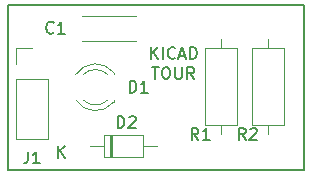
<source format=gbr>
%TF.GenerationSoftware,KiCad,Pcbnew,5.0.0-fee4fd1~66~ubuntu16.04.1*%
%TF.CreationDate,2018-09-04T19:38:39-03:00*%
%TF.ProjectId,tourk5,746F75726B352E6B696361645F706362,1*%
%TF.SameCoordinates,Original*%
%TF.FileFunction,Legend,Top*%
%TF.FilePolarity,Positive*%
%FSLAX46Y46*%
G04 Gerber Fmt 4.6, Leading zero omitted, Abs format (unit mm)*
G04 Created by KiCad (PCBNEW 5.0.0-fee4fd1~66~ubuntu16.04.1) date Tue Sep  4 19:38:39 2018*
%MOMM*%
%LPD*%
G01*
G04 APERTURE LIST*
%ADD10C,0.150000*%
%ADD11C,0.200000*%
%ADD12C,0.120000*%
G04 APERTURE END LIST*
D10*
X152000000Y-110000000D02*
X152000000Y-96000000D01*
X148000000Y-96000000D02*
X152000000Y-96000000D01*
X152000000Y-110000000D02*
X148000000Y-110000000D01*
X148000000Y-96000000D02*
X127000000Y-96000000D01*
X127000000Y-110000000D02*
X148000000Y-110000000D01*
D11*
X139071428Y-100602380D02*
X139071428Y-99602380D01*
X139642857Y-100602380D02*
X139214285Y-100030952D01*
X139642857Y-99602380D02*
X139071428Y-100173809D01*
X140071428Y-100602380D02*
X140071428Y-99602380D01*
X141119047Y-100507142D02*
X141071428Y-100554761D01*
X140928571Y-100602380D01*
X140833333Y-100602380D01*
X140690476Y-100554761D01*
X140595238Y-100459523D01*
X140547619Y-100364285D01*
X140500000Y-100173809D01*
X140500000Y-100030952D01*
X140547619Y-99840476D01*
X140595238Y-99745238D01*
X140690476Y-99650000D01*
X140833333Y-99602380D01*
X140928571Y-99602380D01*
X141071428Y-99650000D01*
X141119047Y-99697619D01*
X141500000Y-100316666D02*
X141976190Y-100316666D01*
X141404761Y-100602380D02*
X141738095Y-99602380D01*
X142071428Y-100602380D01*
X142404761Y-100602380D02*
X142404761Y-99602380D01*
X142642857Y-99602380D01*
X142785714Y-99650000D01*
X142880952Y-99745238D01*
X142928571Y-99840476D01*
X142976190Y-100030952D01*
X142976190Y-100173809D01*
X142928571Y-100364285D01*
X142880952Y-100459523D01*
X142785714Y-100554761D01*
X142642857Y-100602380D01*
X142404761Y-100602380D01*
X139166666Y-101302380D02*
X139738095Y-101302380D01*
X139452380Y-102302380D02*
X139452380Y-101302380D01*
X140261904Y-101302380D02*
X140452380Y-101302380D01*
X140547619Y-101350000D01*
X140642857Y-101445238D01*
X140690476Y-101635714D01*
X140690476Y-101969047D01*
X140642857Y-102159523D01*
X140547619Y-102254761D01*
X140452380Y-102302380D01*
X140261904Y-102302380D01*
X140166666Y-102254761D01*
X140071428Y-102159523D01*
X140023809Y-101969047D01*
X140023809Y-101635714D01*
X140071428Y-101445238D01*
X140166666Y-101350000D01*
X140261904Y-101302380D01*
X141119047Y-101302380D02*
X141119047Y-102111904D01*
X141166666Y-102207142D01*
X141214285Y-102254761D01*
X141309523Y-102302380D01*
X141500000Y-102302380D01*
X141595238Y-102254761D01*
X141642857Y-102207142D01*
X141690476Y-102111904D01*
X141690476Y-101302380D01*
X142738095Y-102302380D02*
X142404761Y-101826190D01*
X142166666Y-102302380D02*
X142166666Y-101302380D01*
X142547619Y-101302380D01*
X142642857Y-101350000D01*
X142690476Y-101397619D01*
X142738095Y-101492857D01*
X142738095Y-101635714D01*
X142690476Y-101730952D01*
X142642857Y-101778571D01*
X142547619Y-101826190D01*
X142166666Y-101826190D01*
D10*
X127000000Y-96000000D02*
X127000000Y-96000000D01*
X127000000Y-96000000D02*
X127000000Y-110000000D01*
D12*
%TO.C,R2*%
X147630000Y-106190000D02*
X150370000Y-106190000D01*
X150370000Y-106190000D02*
X150370000Y-99650000D01*
X150370000Y-99650000D02*
X147630000Y-99650000D01*
X147630000Y-99650000D02*
X147630000Y-106190000D01*
X149000000Y-106960000D02*
X149000000Y-106190000D01*
X149000000Y-98880000D02*
X149000000Y-99650000D01*
%TO.C,J1*%
X127670000Y-107410000D02*
X130330000Y-107410000D01*
X127670000Y-102270000D02*
X127670000Y-107410000D01*
X130330000Y-102270000D02*
X130330000Y-107410000D01*
X127670000Y-102270000D02*
X130330000Y-102270000D01*
X127670000Y-101000000D02*
X127670000Y-99670000D01*
X127670000Y-99670000D02*
X129000000Y-99670000D01*
%TO.C,C1*%
X137770000Y-99070000D02*
X133230000Y-99070000D01*
X137770000Y-96930000D02*
X133230000Y-96930000D01*
X137770000Y-99070000D02*
X137770000Y-99055000D01*
X137770000Y-96945000D02*
X137770000Y-96930000D01*
X133230000Y-99070000D02*
X133230000Y-99055000D01*
X133230000Y-96945000D02*
X133230000Y-96930000D01*
%TO.C,R1*%
X145000000Y-98880000D02*
X145000000Y-99650000D01*
X145000000Y-106960000D02*
X145000000Y-106190000D01*
X143630000Y-99650000D02*
X143630000Y-106190000D01*
X146370000Y-99650000D02*
X143630000Y-99650000D01*
X146370000Y-106190000D02*
X146370000Y-99650000D01*
X143630000Y-106190000D02*
X146370000Y-106190000D01*
%TO.C,D1*%
X132707665Y-104078608D02*
G75*
G03X135940000Y-104235516I1672335J1078608D01*
G01*
X132707665Y-101921392D02*
G75*
G02X135940000Y-101764484I1672335J-1078608D01*
G01*
X133338870Y-104079837D02*
G75*
G03X135420961Y-104080000I1041130J1079837D01*
G01*
X133338870Y-101920163D02*
G75*
G02X135420961Y-101920000I1041130J-1079837D01*
G01*
X135940000Y-104236000D02*
X135940000Y-104080000D01*
X135940000Y-101920000D02*
X135940000Y-101764000D01*
%TO.C,D2*%
X135576000Y-107080000D02*
X135576000Y-108920000D01*
X135816000Y-107080000D02*
X135816000Y-108920000D01*
X135696000Y-107080000D02*
X135696000Y-108920000D01*
X139580000Y-108000000D02*
X138400000Y-108000000D01*
X133940000Y-108000000D02*
X135120000Y-108000000D01*
X138400000Y-107080000D02*
X135120000Y-107080000D01*
X138400000Y-108920000D02*
X138400000Y-107080000D01*
X135120000Y-108920000D02*
X138400000Y-108920000D01*
X135120000Y-107080000D02*
X135120000Y-108920000D01*
%TD*%
%TO.C,R2*%
D10*
X147083333Y-107452380D02*
X146750000Y-106976190D01*
X146511904Y-107452380D02*
X146511904Y-106452380D01*
X146892857Y-106452380D01*
X146988095Y-106500000D01*
X147035714Y-106547619D01*
X147083333Y-106642857D01*
X147083333Y-106785714D01*
X147035714Y-106880952D01*
X146988095Y-106928571D01*
X146892857Y-106976190D01*
X146511904Y-106976190D01*
X147464285Y-106547619D02*
X147511904Y-106500000D01*
X147607142Y-106452380D01*
X147845238Y-106452380D01*
X147940476Y-106500000D01*
X147988095Y-106547619D01*
X148035714Y-106642857D01*
X148035714Y-106738095D01*
X147988095Y-106880952D01*
X147416666Y-107452380D01*
X148035714Y-107452380D01*
%TO.C,J1*%
X128666666Y-108452380D02*
X128666666Y-109166666D01*
X128619047Y-109309523D01*
X128523809Y-109404761D01*
X128380952Y-109452380D01*
X128285714Y-109452380D01*
X129666666Y-109452380D02*
X129095238Y-109452380D01*
X129380952Y-109452380D02*
X129380952Y-108452380D01*
X129285714Y-108595238D01*
X129190476Y-108690476D01*
X129095238Y-108738095D01*
%TO.C,C1*%
X130833333Y-98357142D02*
X130785714Y-98404761D01*
X130642857Y-98452380D01*
X130547619Y-98452380D01*
X130404761Y-98404761D01*
X130309523Y-98309523D01*
X130261904Y-98214285D01*
X130214285Y-98023809D01*
X130214285Y-97880952D01*
X130261904Y-97690476D01*
X130309523Y-97595238D01*
X130404761Y-97500000D01*
X130547619Y-97452380D01*
X130642857Y-97452380D01*
X130785714Y-97500000D01*
X130833333Y-97547619D01*
X131785714Y-98452380D02*
X131214285Y-98452380D01*
X131500000Y-98452380D02*
X131500000Y-97452380D01*
X131404761Y-97595238D01*
X131309523Y-97690476D01*
X131214285Y-97738095D01*
%TO.C,R1*%
X143083333Y-107452380D02*
X142750000Y-106976190D01*
X142511904Y-107452380D02*
X142511904Y-106452380D01*
X142892857Y-106452380D01*
X142988095Y-106500000D01*
X143035714Y-106547619D01*
X143083333Y-106642857D01*
X143083333Y-106785714D01*
X143035714Y-106880952D01*
X142988095Y-106928571D01*
X142892857Y-106976190D01*
X142511904Y-106976190D01*
X144035714Y-107452380D02*
X143464285Y-107452380D01*
X143750000Y-107452380D02*
X143750000Y-106452380D01*
X143654761Y-106595238D01*
X143559523Y-106690476D01*
X143464285Y-106738095D01*
%TO.C,D1*%
X137261904Y-103452380D02*
X137261904Y-102452380D01*
X137500000Y-102452380D01*
X137642857Y-102500000D01*
X137738095Y-102595238D01*
X137785714Y-102690476D01*
X137833333Y-102880952D01*
X137833333Y-103023809D01*
X137785714Y-103214285D01*
X137738095Y-103309523D01*
X137642857Y-103404761D01*
X137500000Y-103452380D01*
X137261904Y-103452380D01*
X138785714Y-103452380D02*
X138214285Y-103452380D01*
X138500000Y-103452380D02*
X138500000Y-102452380D01*
X138404761Y-102595238D01*
X138309523Y-102690476D01*
X138214285Y-102738095D01*
%TO.C,D2*%
X136261904Y-106452380D02*
X136261904Y-105452380D01*
X136500000Y-105452380D01*
X136642857Y-105500000D01*
X136738095Y-105595238D01*
X136785714Y-105690476D01*
X136833333Y-105880952D01*
X136833333Y-106023809D01*
X136785714Y-106214285D01*
X136738095Y-106309523D01*
X136642857Y-106404761D01*
X136500000Y-106452380D01*
X136261904Y-106452380D01*
X137214285Y-105547619D02*
X137261904Y-105500000D01*
X137357142Y-105452380D01*
X137595238Y-105452380D01*
X137690476Y-105500000D01*
X137738095Y-105547619D01*
X137785714Y-105642857D01*
X137785714Y-105738095D01*
X137738095Y-105880952D01*
X137166666Y-106452380D01*
X137785714Y-106452380D01*
X131238095Y-108952380D02*
X131238095Y-107952380D01*
X131809523Y-108952380D02*
X131380952Y-108380952D01*
X131809523Y-107952380D02*
X131238095Y-108523809D01*
%TD*%
M02*

</source>
